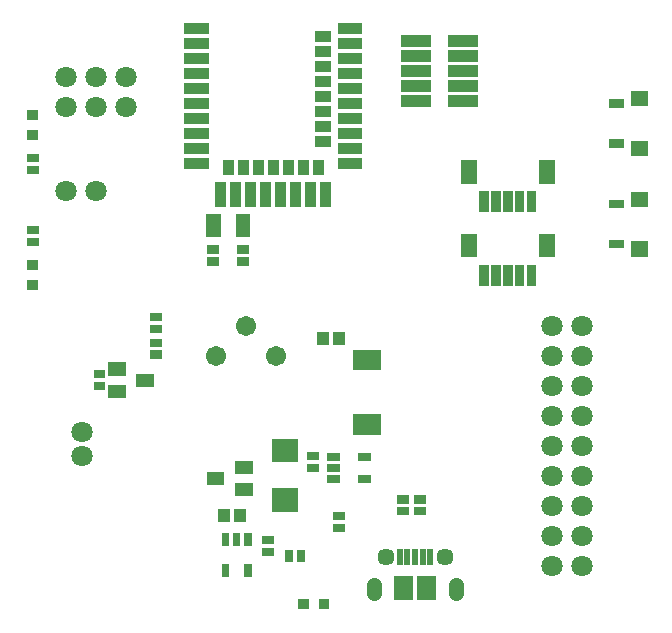
<source format=gts>
G04 Layer: TopSolderMaskLayer*
G04 EasyEDA v6.4.19.5, 2021-05-22T15:42:10+02:00*
G04 f6fe8073f4d6445e90d350db08ac70cc,b771c775d4444e86a06a5321f8c966cb,10*
G04 Gerber Generator version 0.2*
G04 Scale: 100 percent, Rotated: No, Reflected: No *
G04 Dimensions in inches *
G04 leading zeros omitted , absolute positions ,3 integer and 6 decimal *
%FSLAX36Y36*%
%MOIN*%

%ADD51C,0.0512*%
%ADD52C,0.0710*%
%ADD53C,0.0710*%
%ADD65C,0.0572*%
%ADD76C,0.0671*%

%LPD*%
D51*
X1452797Y-2011727D02*
G01*
X1452797Y-2039290D01*
X1177198Y-2011716D02*
G01*
X1177198Y-2039279D01*
D52*
G01*
X150000Y-700000D03*
G01*
X250000Y-700000D03*
G01*
X149998Y-319998D03*
G01*
X249998Y-319998D03*
G01*
X349998Y-319998D03*
G01*
X349998Y-419998D03*
G01*
X249998Y-419998D03*
G01*
X149998Y-419998D03*
G01*
X1769998Y-1149998D03*
G01*
X1869998Y-1149998D03*
G01*
X1769998Y-1249998D03*
G01*
X1869998Y-1249998D03*
G01*
X1769998Y-1349998D03*
G01*
X1869998Y-1349998D03*
G01*
X1769998Y-1449998D03*
G01*
X1869998Y-1449998D03*
G01*
X1769998Y-1549998D03*
G01*
X1869998Y-1549998D03*
G01*
X1769998Y-1649998D03*
G01*
X1869998Y-1649998D03*
G01*
X1769998Y-1749998D03*
G01*
X1869998Y-1749998D03*
G01*
X1769998Y-1849998D03*
G01*
X1869998Y-1849998D03*
G01*
X1769998Y-1949998D03*
G01*
X1869998Y-1949998D03*
D53*
G01*
X204998Y-1583377D03*
G01*
X204998Y-1504638D03*
G36*
X987707Y-1211707D02*
G01*
X987707Y-1168307D01*
X1027207Y-1168307D01*
X1027207Y-1211707D01*
G37*
G36*
X1042808Y-1211707D02*
G01*
X1042808Y-1168307D01*
X1082307Y-1168307D01*
X1082307Y-1211707D01*
G37*
G36*
X712808Y-1804508D02*
G01*
X712808Y-1761008D01*
X752307Y-1761008D01*
X752307Y-1804508D01*
G37*
G36*
X657707Y-1804508D02*
G01*
X657707Y-1761008D01*
X697207Y-1761008D01*
X697207Y-1804508D01*
G37*
G36*
X920808Y-1937507D02*
G01*
X920808Y-1898007D01*
X948507Y-1898007D01*
X948507Y-1937507D01*
G37*
G36*
X881507Y-1937507D02*
G01*
X881507Y-1898007D01*
X909208Y-1898007D01*
X909208Y-1937507D01*
G37*
G36*
X1726407Y-675607D02*
G01*
X1726407Y-596808D01*
X1781708Y-596808D01*
X1781708Y-675607D01*
G37*
G36*
X1466608Y-675607D02*
G01*
X1466608Y-596808D01*
X1521807Y-596808D01*
X1521807Y-675607D01*
G37*
G36*
X1529608Y-770108D02*
G01*
X1529608Y-701107D01*
X1561208Y-701107D01*
X1561208Y-770108D01*
G37*
G36*
X1568907Y-770108D02*
G01*
X1568907Y-701107D01*
X1600607Y-701107D01*
X1600607Y-770108D01*
G37*
G36*
X1608308Y-770108D02*
G01*
X1608308Y-701107D01*
X1639908Y-701107D01*
X1639908Y-770108D01*
G37*
G36*
X1647707Y-770108D02*
G01*
X1647707Y-701107D01*
X1679307Y-701107D01*
X1679307Y-770108D01*
G37*
G36*
X1687008Y-770108D02*
G01*
X1687008Y-701107D01*
X1718708Y-701107D01*
X1718708Y-770108D01*
G37*
G36*
X20208Y-883508D02*
G01*
X20208Y-855807D01*
X59708Y-855807D01*
X59708Y-883508D01*
G37*
G36*
X20208Y-844207D02*
G01*
X20208Y-816507D01*
X59708Y-816507D01*
X59708Y-844207D01*
G37*
G36*
X20208Y-604108D02*
G01*
X20208Y-576507D01*
X59708Y-576507D01*
X59708Y-604108D01*
G37*
G36*
X20208Y-643508D02*
G01*
X20208Y-615807D01*
X59708Y-615807D01*
X59708Y-643508D01*
G37*
G36*
X622207Y-948508D02*
G01*
X622207Y-920807D01*
X661708Y-920807D01*
X661708Y-948508D01*
G37*
G36*
X622207Y-909108D02*
G01*
X622207Y-881507D01*
X661708Y-881507D01*
X661708Y-909108D01*
G37*
G36*
X722207Y-948508D02*
G01*
X722207Y-920807D01*
X761708Y-920807D01*
X761708Y-948508D01*
G37*
G36*
X722207Y-909108D02*
G01*
X722207Y-881507D01*
X761708Y-881507D01*
X761708Y-909108D01*
G37*
G36*
X805207Y-1916307D02*
G01*
X805207Y-1888607D01*
X844707Y-1888607D01*
X844707Y-1916307D01*
G37*
G36*
X805207Y-1876907D02*
G01*
X805207Y-1849207D01*
X844707Y-1849207D01*
X844707Y-1876907D01*
G37*
G36*
X1107707Y-1511808D02*
G01*
X1107707Y-1444708D01*
X1202307Y-1444708D01*
X1202307Y-1511808D01*
G37*
G36*
X1107707Y-1295308D02*
G01*
X1107707Y-1228207D01*
X1202307Y-1228207D01*
X1202307Y-1295308D01*
G37*
G36*
X955207Y-1636307D02*
G01*
X955207Y-1608607D01*
X994707Y-1608607D01*
X994707Y-1636307D01*
G37*
G36*
X955207Y-1596907D02*
G01*
X955207Y-1569207D01*
X994707Y-1569207D01*
X994707Y-1596907D01*
G37*
G36*
X836608Y-1769908D02*
G01*
X836608Y-1691008D01*
X923408Y-1691008D01*
X923408Y-1769908D01*
G37*
G36*
X836608Y-1604508D02*
G01*
X836608Y-1525607D01*
X923408Y-1525607D01*
X923408Y-1604508D01*
G37*
G36*
X243107Y-1364108D02*
G01*
X243107Y-1336408D01*
X282508Y-1336408D01*
X282508Y-1364108D01*
G37*
G36*
X243107Y-1324708D02*
G01*
X243107Y-1297107D01*
X282508Y-1297107D01*
X282508Y-1324708D01*
G37*
G36*
X432808Y-1219708D02*
G01*
X432808Y-1192107D01*
X472307Y-1192107D01*
X472307Y-1219708D01*
G37*
G36*
X432808Y-1259108D02*
G01*
X432808Y-1231408D01*
X472307Y-1231408D01*
X472307Y-1259108D01*
G37*
G36*
X432808Y-1134708D02*
G01*
X432808Y-1107107D01*
X472307Y-1107107D01*
X472307Y-1134708D01*
G37*
G36*
X432808Y-1174108D02*
G01*
X432808Y-1146408D01*
X472307Y-1146408D01*
X472307Y-1174108D01*
G37*
G36*
X1040207Y-1796907D02*
G01*
X1040207Y-1769207D01*
X1079707Y-1769207D01*
X1079707Y-1796907D01*
G37*
G36*
X1040207Y-1836307D02*
G01*
X1040207Y-1808607D01*
X1079707Y-1808607D01*
X1079707Y-1836307D01*
G37*
G36*
X619108Y-854407D02*
G01*
X619108Y-775607D01*
X666507Y-775607D01*
X666507Y-854407D01*
G37*
G36*
X717508Y-854407D02*
G01*
X717508Y-775607D01*
X764908Y-775607D01*
X764908Y-854407D01*
G37*
G36*
X1255207Y-1741907D02*
G01*
X1255207Y-1714207D01*
X1294707Y-1714207D01*
X1294707Y-1741907D01*
G37*
G36*
X1255207Y-1781307D02*
G01*
X1255207Y-1753607D01*
X1294707Y-1753607D01*
X1294707Y-1781307D01*
G37*
G36*
X1310207Y-1741907D02*
G01*
X1310207Y-1714207D01*
X1349707Y-1714207D01*
X1349707Y-1741907D01*
G37*
G36*
X1310207Y-1781307D02*
G01*
X1310207Y-1753607D01*
X1349707Y-1753607D01*
X1349707Y-1781307D01*
G37*
G36*
X1425808Y-418807D02*
G01*
X1425808Y-381208D01*
X1524307Y-381208D01*
X1524307Y-418807D01*
G37*
G36*
X1268308Y-418807D02*
G01*
X1268308Y-381208D01*
X1366907Y-381208D01*
X1366907Y-418807D01*
G37*
G36*
X1425808Y-368807D02*
G01*
X1425808Y-331208D01*
X1524307Y-331208D01*
X1524307Y-368807D01*
G37*
G36*
X1268308Y-368807D02*
G01*
X1268308Y-331208D01*
X1366907Y-331208D01*
X1366907Y-368807D01*
G37*
G36*
X1425808Y-318807D02*
G01*
X1425808Y-281208D01*
X1524307Y-281208D01*
X1524307Y-318807D01*
G37*
G36*
X1268308Y-318807D02*
G01*
X1268308Y-281208D01*
X1366907Y-281208D01*
X1366907Y-318807D01*
G37*
G36*
X1425808Y-268807D02*
G01*
X1425808Y-231208D01*
X1524307Y-231208D01*
X1524307Y-268807D01*
G37*
G36*
X1268308Y-268807D02*
G01*
X1268308Y-231208D01*
X1366907Y-231208D01*
X1366907Y-268807D01*
G37*
G36*
X1425808Y-218807D02*
G01*
X1425808Y-181208D01*
X1524307Y-181208D01*
X1524307Y-218807D01*
G37*
G36*
X1268308Y-218807D02*
G01*
X1268308Y-181208D01*
X1366907Y-181208D01*
X1366907Y-218807D01*
G37*
G36*
X1244108Y-2062107D02*
G01*
X1244108Y-1983307D01*
X1307108Y-1983307D01*
X1307108Y-2062107D01*
G37*
G36*
X1356308Y-1947608D02*
G01*
X1356308Y-1892408D01*
X1376107Y-1892408D01*
X1376107Y-1947608D01*
G37*
G36*
X1330707Y-1947608D02*
G01*
X1330707Y-1892408D01*
X1350508Y-1892408D01*
X1350508Y-1947608D01*
G37*
G36*
X1305108Y-1947608D02*
G01*
X1305108Y-1892408D01*
X1324908Y-1892408D01*
X1324908Y-1947608D01*
G37*
G36*
X1279508Y-1947608D02*
G01*
X1279508Y-1892408D01*
X1299307Y-1892408D01*
X1299307Y-1947608D01*
G37*
G36*
X1254007Y-1947608D02*
G01*
X1254007Y-1892408D01*
X1273708Y-1892408D01*
X1273708Y-1947608D01*
G37*
G36*
X1322808Y-2062107D02*
G01*
X1322808Y-1983307D01*
X1385908Y-1983307D01*
X1385908Y-2062107D01*
G37*
D65*
G01*
X1216597Y-1919998D03*
G01*
X1413398Y-1919998D03*
G36*
X924307Y-646208D02*
G01*
X924307Y-595007D01*
X959807Y-595007D01*
X959807Y-646208D01*
G37*
G36*
X874307Y-646208D02*
G01*
X874307Y-595007D01*
X909807Y-595007D01*
X909807Y-646208D01*
G37*
G36*
X824307Y-646208D02*
G01*
X824307Y-595007D01*
X859807Y-595007D01*
X859807Y-646208D01*
G37*
G36*
X774307Y-646208D02*
G01*
X774307Y-595007D01*
X809807Y-595007D01*
X809807Y-646208D01*
G37*
G36*
X724307Y-646208D02*
G01*
X724307Y-595007D01*
X759807Y-595007D01*
X759807Y-646208D01*
G37*
G36*
X674307Y-646208D02*
G01*
X674307Y-595007D01*
X709807Y-595007D01*
X709807Y-646208D01*
G37*
G36*
X974208Y-646208D02*
G01*
X974208Y-595007D01*
X1009707Y-595007D01*
X1009707Y-646208D01*
G37*
G36*
X981708Y-451608D02*
G01*
X981708Y-416107D01*
X1033008Y-416107D01*
X1033008Y-451608D01*
G37*
G36*
X981708Y-401608D02*
G01*
X981708Y-366107D01*
X1033008Y-366107D01*
X1033008Y-401608D01*
G37*
G36*
X981708Y-351608D02*
G01*
X981708Y-316107D01*
X1033008Y-316107D01*
X1033008Y-351608D01*
G37*
G36*
X981708Y-301608D02*
G01*
X981708Y-266107D01*
X1033008Y-266107D01*
X1033008Y-301608D01*
G37*
G36*
X981708Y-251608D02*
G01*
X981708Y-216107D01*
X1033008Y-216107D01*
X1033008Y-251608D01*
G37*
G36*
X981708Y-201608D02*
G01*
X981708Y-166107D01*
X1033008Y-166107D01*
X1033008Y-201608D01*
G37*
G36*
X981708Y-501608D02*
G01*
X981708Y-466107D01*
X1033008Y-466107D01*
X1033008Y-501608D01*
G37*
G36*
X981708Y-551608D02*
G01*
X981708Y-516107D01*
X1033008Y-516107D01*
X1033008Y-551608D01*
G37*
G36*
X544707Y-576608D02*
G01*
X544707Y-541107D01*
X627408Y-541107D01*
X627408Y-576608D01*
G37*
G36*
X544707Y-626608D02*
G01*
X544707Y-591107D01*
X627508Y-591107D01*
X627508Y-626608D01*
G37*
G36*
X544707Y-526608D02*
G01*
X544707Y-491107D01*
X627508Y-491107D01*
X627508Y-526608D01*
G37*
G36*
X544707Y-476608D02*
G01*
X544707Y-441107D01*
X627508Y-441107D01*
X627508Y-476608D01*
G37*
G36*
X544707Y-426608D02*
G01*
X544707Y-391107D01*
X627508Y-391107D01*
X627508Y-426608D01*
G37*
G36*
X544707Y-376608D02*
G01*
X544707Y-341107D01*
X627508Y-341107D01*
X627508Y-376608D01*
G37*
G36*
X544707Y-326608D02*
G01*
X544707Y-291107D01*
X627508Y-291107D01*
X627508Y-326608D01*
G37*
G36*
X544707Y-276608D02*
G01*
X544707Y-241107D01*
X627508Y-241107D01*
X627508Y-276608D01*
G37*
G36*
X544707Y-226608D02*
G01*
X544707Y-191107D01*
X627508Y-191107D01*
X627508Y-226608D01*
G37*
G36*
X544707Y-176608D02*
G01*
X544707Y-141107D01*
X627508Y-141107D01*
X627508Y-176608D01*
G37*
G36*
X1056507Y-226608D02*
G01*
X1056507Y-191107D01*
X1139307Y-191107D01*
X1139307Y-226608D01*
G37*
G36*
X1056507Y-176608D02*
G01*
X1056507Y-141107D01*
X1139307Y-141107D01*
X1139307Y-176608D01*
G37*
G36*
X1056507Y-276608D02*
G01*
X1056507Y-241107D01*
X1139307Y-241107D01*
X1139307Y-276608D01*
G37*
G36*
X1056507Y-326608D02*
G01*
X1056507Y-291107D01*
X1139307Y-291107D01*
X1139307Y-326608D01*
G37*
G36*
X1056507Y-376608D02*
G01*
X1056507Y-341107D01*
X1139307Y-341107D01*
X1139307Y-376608D01*
G37*
G36*
X1056507Y-426608D02*
G01*
X1056507Y-391107D01*
X1139307Y-391107D01*
X1139307Y-426608D01*
G37*
G36*
X1056507Y-476608D02*
G01*
X1056507Y-441107D01*
X1139307Y-441107D01*
X1139307Y-476608D01*
G37*
G36*
X1056507Y-526608D02*
G01*
X1056507Y-491107D01*
X1139307Y-491107D01*
X1139307Y-526608D01*
G37*
G36*
X1056507Y-576608D02*
G01*
X1056507Y-541107D01*
X1139307Y-541107D01*
X1139307Y-576608D01*
G37*
G36*
X1056507Y-626608D02*
G01*
X1056507Y-591107D01*
X1139307Y-591107D01*
X1139307Y-626608D01*
G37*
G36*
X649208Y-752507D02*
G01*
X649208Y-669807D01*
X684707Y-669807D01*
X684707Y-752507D01*
G37*
G36*
X699208Y-752507D02*
G01*
X699208Y-669807D01*
X734707Y-669807D01*
X734707Y-752507D01*
G37*
G36*
X749208Y-752507D02*
G01*
X749208Y-669807D01*
X784707Y-669807D01*
X784707Y-752507D01*
G37*
G36*
X799208Y-752507D02*
G01*
X799208Y-669807D01*
X834707Y-669807D01*
X834707Y-752507D01*
G37*
G36*
X849208Y-752507D02*
G01*
X849208Y-669807D01*
X884707Y-669807D01*
X884707Y-752507D01*
G37*
G36*
X899208Y-752507D02*
G01*
X899208Y-669807D01*
X934707Y-669807D01*
X934707Y-752507D01*
G37*
G36*
X949208Y-752507D02*
G01*
X949208Y-669807D01*
X984707Y-669807D01*
X984707Y-752507D01*
G37*
G36*
X999208Y-752507D02*
G01*
X999208Y-669807D01*
X1034707Y-669807D01*
X1034707Y-752507D01*
G37*
G36*
X1124508Y-1598207D02*
G01*
X1124508Y-1572507D01*
X1167908Y-1572507D01*
X1167908Y-1598207D01*
G37*
G36*
X1124508Y-1673007D02*
G01*
X1124508Y-1647307D01*
X1167908Y-1647307D01*
X1167908Y-1673007D01*
G37*
G36*
X1022108Y-1673007D02*
G01*
X1022108Y-1647307D01*
X1065508Y-1647307D01*
X1065508Y-1673007D01*
G37*
G36*
X1022108Y-1635607D02*
G01*
X1022108Y-1609908D01*
X1065508Y-1609908D01*
X1065508Y-1635607D01*
G37*
G36*
X1022108Y-1598207D02*
G01*
X1022108Y-1572507D01*
X1065508Y-1572507D01*
X1065508Y-1598207D01*
G37*
G36*
X744608Y-1985607D02*
G01*
X744608Y-1942208D01*
X770207Y-1942208D01*
X770207Y-1985607D01*
G37*
G36*
X669807Y-1985607D02*
G01*
X669807Y-1942208D01*
X695408Y-1942208D01*
X695408Y-1985607D01*
G37*
G36*
X669807Y-1883307D02*
G01*
X669807Y-1839908D01*
X695408Y-1839908D01*
X695408Y-1883307D01*
G37*
G36*
X707207Y-1883307D02*
G01*
X707207Y-1839908D01*
X732808Y-1839908D01*
X732808Y-1883307D01*
G37*
G36*
X744608Y-1883307D02*
G01*
X744608Y-1839908D01*
X770207Y-1839908D01*
X770207Y-1883307D01*
G37*
G36*
X290808Y-1389708D02*
G01*
X290808Y-1346307D01*
X349908Y-1346307D01*
X349908Y-1389708D01*
G37*
G36*
X385308Y-1352307D02*
G01*
X385308Y-1308908D01*
X444407Y-1308908D01*
X444407Y-1352307D01*
G37*
G36*
X290808Y-1314908D02*
G01*
X290808Y-1271507D01*
X349908Y-1271507D01*
X349908Y-1314908D01*
G37*
G36*
X714707Y-1642008D02*
G01*
X714707Y-1598708D01*
X773808Y-1598708D01*
X773808Y-1642008D01*
G37*
G36*
X620207Y-1679407D02*
G01*
X620207Y-1636107D01*
X679307Y-1636107D01*
X679307Y-1679407D01*
G37*
G36*
X714707Y-1716808D02*
G01*
X714707Y-1673508D01*
X773808Y-1673508D01*
X773808Y-1716808D01*
G37*
G36*
X22208Y-1031208D02*
G01*
X22208Y-995707D01*
X57708Y-995707D01*
X57708Y-1031208D01*
G37*
G36*
X22208Y-964207D02*
G01*
X22208Y-928708D01*
X57708Y-928708D01*
X57708Y-964207D01*
G37*
G36*
X22208Y-464207D02*
G01*
X22208Y-428708D01*
X57708Y-428708D01*
X57708Y-464207D01*
G37*
G36*
X22208Y-531208D02*
G01*
X22208Y-495707D01*
X57708Y-495707D01*
X57708Y-531208D01*
G37*
G36*
X993308Y-2094308D02*
G01*
X993308Y-2058807D01*
X1028808Y-2058807D01*
X1028808Y-2094308D01*
G37*
G36*
X926308Y-2094308D02*
G01*
X926308Y-2058807D01*
X961807Y-2058807D01*
X961807Y-2094308D01*
G37*
G36*
X1960008Y-421907D02*
G01*
X1960008Y-394308D01*
X2011208Y-394308D01*
X2011208Y-421907D01*
G37*
G36*
X1960008Y-555707D02*
G01*
X1960008Y-528107D01*
X2011208Y-528107D01*
X2011208Y-555707D01*
G37*
G36*
X2034807Y-417907D02*
G01*
X2034807Y-366707D01*
X2090008Y-366707D01*
X2090008Y-417907D01*
G37*
G36*
X2034807Y-583307D02*
G01*
X2034807Y-532008D01*
X2090008Y-532008D01*
X2090008Y-583307D01*
G37*
G36*
X1960008Y-756907D02*
G01*
X1960008Y-729308D01*
X2011208Y-729308D01*
X2011208Y-756907D01*
G37*
G36*
X1960008Y-890707D02*
G01*
X1960008Y-863107D01*
X2011208Y-863107D01*
X2011208Y-890707D01*
G37*
G36*
X2034807Y-752907D02*
G01*
X2034807Y-701707D01*
X2090008Y-701707D01*
X2090008Y-752907D01*
G37*
G36*
X2034807Y-918307D02*
G01*
X2034807Y-867008D01*
X2090008Y-867008D01*
X2090008Y-918307D01*
G37*
G36*
X1726407Y-920607D02*
G01*
X1726407Y-841808D01*
X1781708Y-841808D01*
X1781708Y-920607D01*
G37*
G36*
X1466608Y-920607D02*
G01*
X1466608Y-841808D01*
X1521807Y-841808D01*
X1521807Y-920607D01*
G37*
G36*
X1529608Y-1015108D02*
G01*
X1529608Y-946107D01*
X1561208Y-946107D01*
X1561208Y-1015108D01*
G37*
G36*
X1568907Y-1015108D02*
G01*
X1568907Y-946107D01*
X1600607Y-946107D01*
X1600607Y-1015108D01*
G37*
G36*
X1608308Y-1015108D02*
G01*
X1608308Y-946107D01*
X1639908Y-946107D01*
X1639908Y-1015108D01*
G37*
G36*
X1647707Y-1015108D02*
G01*
X1647707Y-946107D01*
X1679307Y-946107D01*
X1679307Y-1015108D01*
G37*
G36*
X1687008Y-1015108D02*
G01*
X1687008Y-946107D01*
X1718708Y-946107D01*
X1718708Y-1015108D01*
G37*
D76*
G01*
X849998Y-1249998D03*
G01*
X749998Y-1149998D03*
G01*
X649998Y-1249998D03*
M02*

</source>
